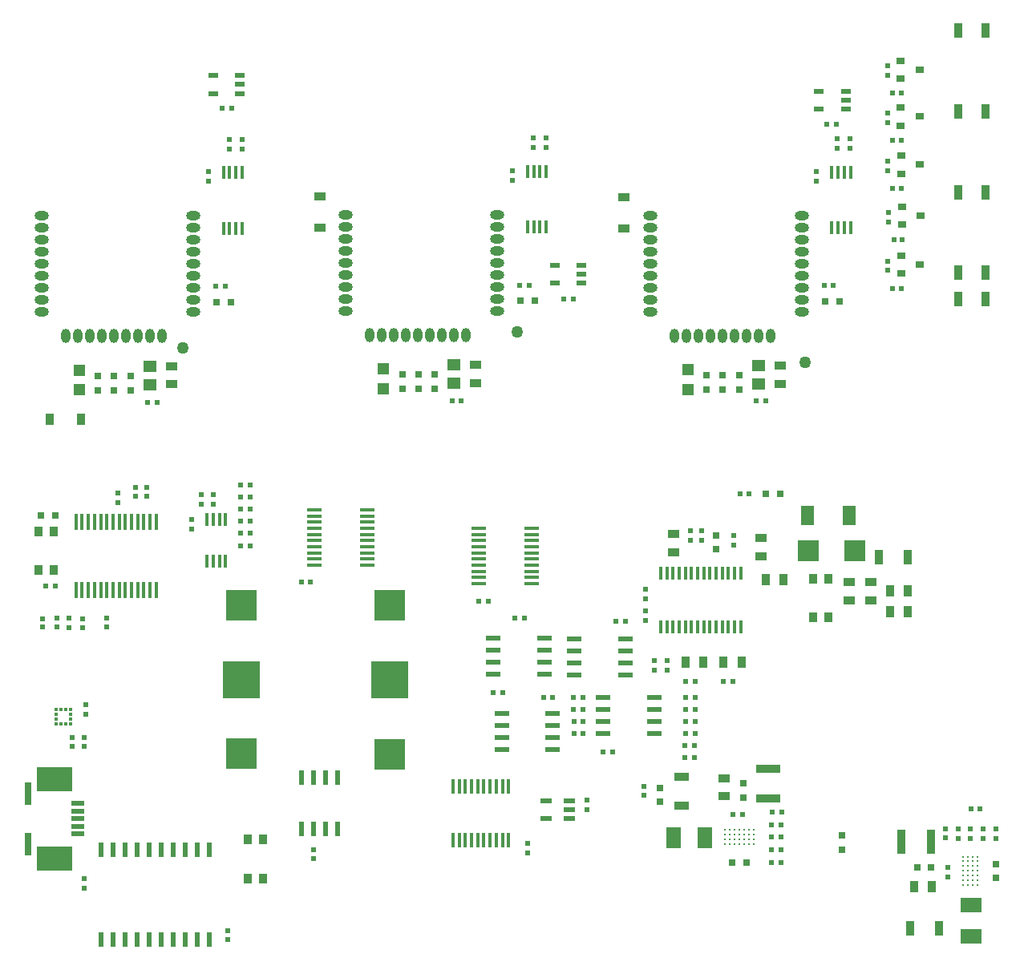
<source format=gtp>
G04 Layer_Color=8421504*
%FSLAX44Y44*%
%MOMM*%
G71*
G01*
G75*
%ADD10O,1.0000X1.5000*%
%ADD11O,1.5000X1.0000*%
%ADD12R,0.3000X1.6000*%
%ADD13R,1.6000X0.3000*%
%ADD14R,0.4500X1.7500*%
%ADD15R,0.3000X0.4000*%
%ADD16R,0.4000X0.3000*%
%ADD17R,0.4500X1.4500*%
%ADD18R,2.1600X2.2600*%
%ADD19R,3.9600X3.9600*%
%ADD20R,3.1800X3.1800*%
%ADD21R,0.5000X0.5000*%
%ADD22R,0.9000X1.3000*%
%ADD23R,0.9000X1.6000*%
%ADD24R,2.3000X1.6500*%
%ADD25R,0.5000X0.5000*%
%ADD26R,0.8000X0.8000*%
%ADD27R,1.6500X2.3000*%
%ADD28R,2.5000X0.9000*%
%ADD29R,1.3000X0.9000*%
%ADD30R,1.6000X0.9000*%
%ADD31C,1.2700*%
%ADD32R,1.2000X1.2000*%
%ADD33R,0.8000X0.8000*%
%ADD34R,1.2200X0.9100*%
%ADD35R,0.9100X1.2200*%
%ADD36R,0.5000X0.6000*%
%ADD37R,1.4000X2.0000*%
%ADD38R,0.6000X0.5000*%
%ADD39R,0.8000X2.3500*%
%ADD40R,3.8000X2.5000*%
%ADD41R,1.4000X0.5000*%
%ADD42R,0.9000X0.8000*%
%ADD43R,0.9000X1.0000*%
%ADD44R,1.1000X0.6000*%
%ADD45R,1.5500X0.6000*%
%ADD46R,0.6000X1.5500*%
%ADD47R,0.6000X1.5000*%
%ADD48R,0.4500X1.4000*%
%ADD49R,1.3000X0.5500*%
%ADD50R,1.4700X1.2850*%
%ADD51C,0.2625*%
%ADD52R,0.9000X2.5000*%
%ADD53R,0.3500X1.4500*%
D10*
X783336Y656082D02*
D03*
X770636D02*
D03*
X796036D02*
D03*
X732536D02*
D03*
X745236D02*
D03*
X757936D02*
D03*
X719836D02*
D03*
X694436D02*
D03*
X707136D02*
D03*
X462036Y656844D02*
D03*
X449336D02*
D03*
X474736D02*
D03*
X411236D02*
D03*
X423936D02*
D03*
X436636D02*
D03*
X398536D02*
D03*
X373136D02*
D03*
X385836D02*
D03*
X140970Y655574D02*
D03*
X128270D02*
D03*
X153670D02*
D03*
X90170D02*
D03*
X102870D02*
D03*
X115570D02*
D03*
X77470D02*
D03*
X52070D02*
D03*
X64770D02*
D03*
D11*
X829036Y694182D02*
D03*
Y706882D02*
D03*
Y681482D02*
D03*
X669036Y706882D02*
D03*
Y719582D02*
D03*
Y681482D02*
D03*
Y694182D02*
D03*
X829036Y732282D02*
D03*
X829036Y719582D02*
D03*
X829036Y744982D02*
D03*
Y757682D02*
D03*
Y770382D02*
D03*
Y783082D02*
D03*
X669036Y732282D02*
D03*
Y744982D02*
D03*
Y783082D02*
D03*
Y757682D02*
D03*
Y770382D02*
D03*
X507736Y694944D02*
D03*
Y707644D02*
D03*
Y682244D02*
D03*
X347736Y707644D02*
D03*
Y720344D02*
D03*
Y682244D02*
D03*
Y694944D02*
D03*
X507736Y733044D02*
D03*
X507736Y720344D02*
D03*
X507736Y745744D02*
D03*
Y758444D02*
D03*
Y771144D02*
D03*
Y783844D02*
D03*
X347736Y733044D02*
D03*
Y745744D02*
D03*
Y783844D02*
D03*
Y758444D02*
D03*
Y771144D02*
D03*
X186670Y693674D02*
D03*
Y706374D02*
D03*
Y680974D02*
D03*
X26670Y706374D02*
D03*
Y719074D02*
D03*
Y680974D02*
D03*
Y693674D02*
D03*
X186670Y731774D02*
D03*
X186670Y719074D02*
D03*
X186670Y744474D02*
D03*
Y757174D02*
D03*
Y769874D02*
D03*
Y782574D02*
D03*
X26670Y731774D02*
D03*
Y744474D02*
D03*
Y782574D02*
D03*
Y757174D02*
D03*
Y769874D02*
D03*
D12*
X519724Y179780D02*
D03*
X513224D02*
D03*
X506724D02*
D03*
X500224D02*
D03*
X493724D02*
D03*
X487224D02*
D03*
X480724D02*
D03*
X474224D02*
D03*
X467724D02*
D03*
X461224D02*
D03*
Y123780D02*
D03*
X467724D02*
D03*
X474224D02*
D03*
X480724D02*
D03*
X487224D02*
D03*
X493724D02*
D03*
X500224D02*
D03*
X506724D02*
D03*
X513224D02*
D03*
X519724D02*
D03*
D13*
X544524Y394216D02*
D03*
Y400716D02*
D03*
Y407216D02*
D03*
Y413716D02*
D03*
Y420216D02*
D03*
Y426716D02*
D03*
Y433216D02*
D03*
Y439716D02*
D03*
Y446216D02*
D03*
Y452716D02*
D03*
X488524D02*
D03*
Y446216D02*
D03*
Y439716D02*
D03*
Y433216D02*
D03*
Y426716D02*
D03*
Y420216D02*
D03*
Y413716D02*
D03*
Y407216D02*
D03*
Y400716D02*
D03*
Y394216D02*
D03*
X370788Y413736D02*
D03*
Y420236D02*
D03*
Y426736D02*
D03*
Y433236D02*
D03*
Y439736D02*
D03*
Y446236D02*
D03*
Y452736D02*
D03*
Y459236D02*
D03*
Y465736D02*
D03*
Y472236D02*
D03*
X314788D02*
D03*
Y465736D02*
D03*
Y459236D02*
D03*
Y452736D02*
D03*
Y446236D02*
D03*
Y439736D02*
D03*
Y433236D02*
D03*
Y426736D02*
D03*
Y420236D02*
D03*
Y413736D02*
D03*
D14*
X63032Y387372D02*
D03*
X69532D02*
D03*
X76032D02*
D03*
X82532D02*
D03*
X89032D02*
D03*
X95532D02*
D03*
X102032D02*
D03*
X108532D02*
D03*
X115032D02*
D03*
X121532D02*
D03*
X128032D02*
D03*
X134532D02*
D03*
X141032D02*
D03*
X147532D02*
D03*
X63032Y459372D02*
D03*
X69532D02*
D03*
X76032D02*
D03*
X82532D02*
D03*
X89032D02*
D03*
X95532D02*
D03*
X102032D02*
D03*
X108532D02*
D03*
X115032D02*
D03*
X121532D02*
D03*
X128032D02*
D03*
X134532D02*
D03*
X141032D02*
D03*
X147532D02*
D03*
D15*
X52156Y246426D02*
D03*
X47156D02*
D03*
Y261426D02*
D03*
X52156D02*
D03*
D16*
X42031Y246426D02*
D03*
Y251426D02*
D03*
Y256426D02*
D03*
Y261426D02*
D03*
X57281D02*
D03*
Y256426D02*
D03*
Y251426D02*
D03*
Y246426D02*
D03*
D17*
X539866Y829745D02*
D03*
X546366D02*
D03*
X552866D02*
D03*
X559366D02*
D03*
Y770745D02*
D03*
X552866D02*
D03*
X546366D02*
D03*
X539866D02*
D03*
X861166Y828983D02*
D03*
X867666D02*
D03*
X874166D02*
D03*
X880666D02*
D03*
Y769983D02*
D03*
X874166D02*
D03*
X867666D02*
D03*
X861166D02*
D03*
X218800Y828475D02*
D03*
X225300D02*
D03*
X231800D02*
D03*
X238300D02*
D03*
Y769475D02*
D03*
X231800D02*
D03*
X225300D02*
D03*
X218800D02*
D03*
D18*
X885544Y429006D02*
D03*
X836544D02*
D03*
D19*
X394246Y292860D02*
D03*
X237490Y293116D02*
D03*
D20*
X394246Y214160D02*
D03*
Y371560D02*
D03*
X237490Y371816D02*
D03*
Y214416D02*
D03*
D21*
X236960Y447266D02*
D03*
X246960D02*
D03*
X236960Y434256D02*
D03*
X246960D02*
D03*
X498552Y375920D02*
D03*
X488552D02*
D03*
X310816Y395986D02*
D03*
X300816D02*
D03*
X767030Y150211D02*
D03*
X757030D02*
D03*
X807416Y99411D02*
D03*
X797416D02*
D03*
X807416Y112873D02*
D03*
X797416D02*
D03*
X807670Y126335D02*
D03*
X797670D02*
D03*
X807924Y153259D02*
D03*
X797924D02*
D03*
X866050Y879094D02*
D03*
X856050D02*
D03*
X588184Y694944D02*
D03*
X578184D02*
D03*
X227240Y896366D02*
D03*
X217240D02*
D03*
X31322Y391340D02*
D03*
X41322D02*
D03*
X220448Y708406D02*
D03*
X210448D02*
D03*
X862814Y708914D02*
D03*
X852814D02*
D03*
X541514Y709676D02*
D03*
X531514D02*
D03*
X148820Y585978D02*
D03*
X138820D02*
D03*
X791186Y586994D02*
D03*
X781186D02*
D03*
X469886Y587248D02*
D03*
X459886D02*
D03*
X716557Y290830D02*
D03*
X706557D02*
D03*
X756658Y291116D02*
D03*
X746658D02*
D03*
X633128Y354838D02*
D03*
X643128D02*
D03*
X629760Y216916D02*
D03*
X619760D02*
D03*
X556496Y273776D02*
D03*
X566496D02*
D03*
X513860Y279204D02*
D03*
X503860D02*
D03*
X716196Y223266D02*
D03*
X706196D02*
D03*
X716450Y248666D02*
D03*
X706450D02*
D03*
X716450Y261366D02*
D03*
X706450D02*
D03*
X588340Y274066D02*
D03*
X598340D02*
D03*
X588340Y261366D02*
D03*
X598340D02*
D03*
X588594Y248666D02*
D03*
X598594D02*
D03*
X598598Y235712D02*
D03*
X588598D02*
D03*
X706200Y210276D02*
D03*
X716200D02*
D03*
X706450Y236184D02*
D03*
X716450D02*
D03*
X706450Y274284D02*
D03*
X716450D02*
D03*
X246887Y472786D02*
D03*
X236887D02*
D03*
X1017698Y156682D02*
D03*
X1007698D02*
D03*
X807670Y139543D02*
D03*
X797670D02*
D03*
X246887Y498312D02*
D03*
X236887D02*
D03*
X236808Y460298D02*
D03*
X246808D02*
D03*
X236808Y485612D02*
D03*
X246808D02*
D03*
X526622Y358104D02*
D03*
X536622D02*
D03*
D22*
X966706Y74168D02*
D03*
X947706D02*
D03*
X725526Y311150D02*
D03*
X706526D02*
D03*
X765658D02*
D03*
X746658D02*
D03*
X922426Y364744D02*
D03*
X941426D02*
D03*
X922426Y386588D02*
D03*
X941426D02*
D03*
X810108Y398272D02*
D03*
X791108D02*
D03*
D23*
X974484Y30480D02*
D03*
X943484D02*
D03*
X941330Y421894D02*
D03*
X910330D02*
D03*
X994220Y893172D02*
D03*
X1023220D02*
D03*
X994450Y722560D02*
D03*
X1023450D02*
D03*
X994220Y978516D02*
D03*
X1023220D02*
D03*
X994474Y807828D02*
D03*
X1023474D02*
D03*
X994690Y695162D02*
D03*
X1023690D02*
D03*
D24*
X1007876Y54589D02*
D03*
Y21589D02*
D03*
D25*
X983662Y94662D02*
D03*
Y84662D02*
D03*
X994330Y135302D02*
D03*
Y125302D02*
D03*
X1007538Y135302D02*
D03*
Y125302D02*
D03*
X866902Y864028D02*
D03*
Y854028D02*
D03*
X879856Y864028D02*
D03*
Y854028D02*
D03*
X845058Y829738D02*
D03*
Y819738D02*
D03*
X523758Y830500D02*
D03*
Y820500D02*
D03*
X559366Y864732D02*
D03*
Y854732D02*
D03*
X545602Y864790D02*
D03*
Y854790D02*
D03*
X202692Y829230D02*
D03*
Y819230D02*
D03*
X224536Y863520D02*
D03*
Y853520D02*
D03*
X238300Y863520D02*
D03*
Y853520D02*
D03*
X107442Y489596D02*
D03*
Y479596D02*
D03*
X223012Y28106D02*
D03*
Y18106D02*
D03*
X185420Y451736D02*
D03*
Y461736D02*
D03*
X71628Y72978D02*
D03*
Y82978D02*
D03*
X73660Y266406D02*
D03*
Y256406D02*
D03*
X313436Y103520D02*
D03*
Y113520D02*
D03*
X919988Y891308D02*
D03*
Y881308D02*
D03*
X920248Y840584D02*
D03*
Y830584D02*
D03*
X919988Y940954D02*
D03*
Y930954D02*
D03*
X920370Y734996D02*
D03*
Y724996D02*
D03*
X921258Y786520D02*
D03*
Y776520D02*
D03*
X42544Y358240D02*
D03*
Y348240D02*
D03*
X55498Y357986D02*
D03*
Y347986D02*
D03*
X95630Y348240D02*
D03*
Y358240D02*
D03*
X137794Y496162D02*
D03*
Y486162D02*
D03*
X723980Y440008D02*
D03*
Y450008D02*
D03*
X125856Y496162D02*
D03*
Y486162D02*
D03*
X1034462Y135048D02*
D03*
Y125048D02*
D03*
X1021000Y125048D02*
D03*
Y135048D02*
D03*
X207900Y488326D02*
D03*
Y478326D02*
D03*
X195326Y478326D02*
D03*
Y488326D02*
D03*
X58850Y222119D02*
D03*
Y232119D02*
D03*
X71754Y232002D02*
D03*
Y222002D02*
D03*
X539750Y119808D02*
D03*
Y109808D02*
D03*
X602488Y165448D02*
D03*
Y155448D02*
D03*
X664718Y387996D02*
D03*
Y377996D02*
D03*
X980614Y135556D02*
D03*
Y125556D02*
D03*
X757214Y445182D02*
D03*
Y435182D02*
D03*
X664718Y355172D02*
D03*
Y365172D02*
D03*
X711557Y450008D02*
D03*
Y440008D02*
D03*
X673604Y313102D02*
D03*
Y303102D02*
D03*
X686876Y313166D02*
D03*
Y303166D02*
D03*
D26*
X1034259Y98229D02*
D03*
Y83229D02*
D03*
X767294Y183151D02*
D03*
Y168151D02*
D03*
X728726Y614354D02*
D03*
Y599354D02*
D03*
X745744Y614264D02*
D03*
Y599264D02*
D03*
X407416Y615116D02*
D03*
Y600116D02*
D03*
X424444Y615026D02*
D03*
Y600026D02*
D03*
X86360Y613756D02*
D03*
Y598756D02*
D03*
X103378Y613258D02*
D03*
Y598258D02*
D03*
X738876Y445316D02*
D03*
Y430316D02*
D03*
X871982Y113502D02*
D03*
Y128502D02*
D03*
X679958Y178690D02*
D03*
Y163690D02*
D03*
D27*
X726957Y125997D02*
D03*
X693957D02*
D03*
D28*
X793496Y198634D02*
D03*
Y167634D02*
D03*
D29*
X747482Y188961D02*
D03*
Y169961D02*
D03*
X164084Y623926D02*
D03*
Y604926D02*
D03*
X806450Y624450D02*
D03*
Y605450D02*
D03*
X485150Y625212D02*
D03*
Y606212D02*
D03*
X693674Y446634D02*
D03*
Y427634D02*
D03*
X879348Y376580D02*
D03*
Y395580D02*
D03*
X901954Y376580D02*
D03*
Y395580D02*
D03*
X786384Y442316D02*
D03*
Y423316D02*
D03*
D30*
X702564Y190500D02*
D03*
Y159500D02*
D03*
D31*
X832830Y627634D02*
D03*
X175514Y643600D02*
D03*
X529082Y660364D02*
D03*
D32*
X708914Y620354D02*
D03*
Y599354D02*
D03*
X387614Y621116D02*
D03*
Y600116D02*
D03*
X66548Y619846D02*
D03*
Y598846D02*
D03*
D33*
X763270Y614264D02*
D03*
Y599264D02*
D03*
X120904Y613756D02*
D03*
Y598756D02*
D03*
X441970Y615026D02*
D03*
Y600026D02*
D03*
X226448Y691642D02*
D03*
X211448D02*
D03*
X868814Y692150D02*
D03*
X853814D02*
D03*
X547514Y692912D02*
D03*
X532514D02*
D03*
X40900Y466270D02*
D03*
X25900D02*
D03*
X806738Y488950D02*
D03*
X791738D02*
D03*
X950976Y94742D02*
D03*
X965976D02*
D03*
X770800Y99411D02*
D03*
X755800D02*
D03*
D34*
X641594Y802270D02*
D03*
Y769570D02*
D03*
X320294Y803032D02*
D03*
Y770332D02*
D03*
D35*
X35406Y568198D02*
D03*
X68106D02*
D03*
D36*
X925522Y706120D02*
D03*
X934522D02*
D03*
X925140Y912078D02*
D03*
X934140D02*
D03*
X925400Y811708D02*
D03*
X934400D02*
D03*
X925140Y862432D02*
D03*
X934140D02*
D03*
X926410Y757644D02*
D03*
X935410D02*
D03*
X773466Y488950D02*
D03*
X764466D02*
D03*
D37*
X834996Y465860D02*
D03*
X878996D02*
D03*
D38*
X27812Y348232D02*
D03*
Y357232D02*
D03*
X662432Y179754D02*
D03*
Y170754D02*
D03*
X70230Y347978D02*
D03*
Y356978D02*
D03*
D39*
X12516Y172674D02*
D03*
Y119174D02*
D03*
D40*
X40516Y103924D02*
D03*
Y187924D02*
D03*
D41*
X64516Y129924D02*
D03*
Y137924D02*
D03*
Y145924D02*
D03*
Y153924D02*
D03*
Y161924D02*
D03*
D42*
X933864Y897078D02*
D03*
Y878078D02*
D03*
X953864Y887578D02*
D03*
X935134Y792290D02*
D03*
Y773290D02*
D03*
X955134Y782790D02*
D03*
X933864Y946724D02*
D03*
Y927724D02*
D03*
X953864Y937224D02*
D03*
X934124Y846354D02*
D03*
Y827354D02*
D03*
X954124Y836854D02*
D03*
X934246Y740766D02*
D03*
Y721766D02*
D03*
X954246Y731266D02*
D03*
D43*
X857122Y358468D02*
D03*
Y399468D02*
D03*
X841122Y358468D02*
D03*
Y399468D02*
D03*
X23622Y449432D02*
D03*
Y408432D02*
D03*
X39622Y449432D02*
D03*
Y408432D02*
D03*
X244096Y123847D02*
D03*
Y82847D02*
D03*
X260096Y123847D02*
D03*
Y82847D02*
D03*
D44*
X236240Y911910D02*
D03*
Y921410D02*
D03*
Y930910D02*
D03*
X208240D02*
D03*
Y911910D02*
D03*
X875608Y895263D02*
D03*
Y904763D02*
D03*
Y914263D02*
D03*
X847608D02*
D03*
Y895263D02*
D03*
X596804Y711606D02*
D03*
Y721106D02*
D03*
Y730606D02*
D03*
X568804D02*
D03*
Y711606D02*
D03*
D45*
X589128Y336296D02*
D03*
Y323596D02*
D03*
Y310896D02*
D03*
Y298196D02*
D03*
X643128Y336296D02*
D03*
Y323596D02*
D03*
Y310896D02*
D03*
Y298196D02*
D03*
X673760Y235966D02*
D03*
Y248666D02*
D03*
Y261366D02*
D03*
Y274066D02*
D03*
X619760Y235966D02*
D03*
Y248666D02*
D03*
Y261366D02*
D03*
Y274066D02*
D03*
X512496Y257266D02*
D03*
Y244566D02*
D03*
Y231866D02*
D03*
Y219166D02*
D03*
X566496Y257266D02*
D03*
Y244566D02*
D03*
Y231866D02*
D03*
Y219166D02*
D03*
X557860Y298450D02*
D03*
Y311150D02*
D03*
Y323850D02*
D03*
Y336550D02*
D03*
X503860Y298450D02*
D03*
Y311150D02*
D03*
Y323850D02*
D03*
Y336550D02*
D03*
D46*
X300736Y135154D02*
D03*
X313436D02*
D03*
X326136D02*
D03*
X338836D02*
D03*
X300736Y189154D02*
D03*
X313436D02*
D03*
X326136D02*
D03*
X338836D02*
D03*
D47*
X203962Y113106D02*
D03*
X191262D02*
D03*
X178562D02*
D03*
X165862D02*
D03*
X153162D02*
D03*
X140462D02*
D03*
X127762D02*
D03*
X115062D02*
D03*
X102362D02*
D03*
X89662D02*
D03*
Y18106D02*
D03*
X102362D02*
D03*
X115062D02*
D03*
X127762D02*
D03*
X140462D02*
D03*
X153162D02*
D03*
X165862D02*
D03*
X178562D02*
D03*
X191262D02*
D03*
X203962D02*
D03*
D48*
X201400Y461737D02*
D03*
X207900D02*
D03*
X214400D02*
D03*
X220900D02*
D03*
Y417737D02*
D03*
X214400D02*
D03*
X207900D02*
D03*
X201400D02*
D03*
D49*
X559254Y164948D02*
D03*
Y145948D02*
D03*
X584254Y164948D02*
D03*
Y155448D02*
D03*
Y145948D02*
D03*
D50*
X140970Y623942D02*
D03*
Y604492D02*
D03*
X783336Y624450D02*
D03*
Y605000D02*
D03*
X462036Y625212D02*
D03*
Y605762D02*
D03*
D51*
X748300Y119089D02*
D03*
X753300D02*
D03*
X758300D02*
D03*
X763300D02*
D03*
X768300D02*
D03*
X773300D02*
D03*
X778300D02*
D03*
X748300Y124089D02*
D03*
X753300D02*
D03*
X758300D02*
D03*
X763300D02*
D03*
X768300D02*
D03*
X773300D02*
D03*
X778300D02*
D03*
X748300Y129089D02*
D03*
X753300D02*
D03*
X758300D02*
D03*
X763300D02*
D03*
X768300D02*
D03*
X773300D02*
D03*
X778300D02*
D03*
X748300Y134089D02*
D03*
X753300D02*
D03*
X758300D02*
D03*
X763300D02*
D03*
X768300D02*
D03*
X773300D02*
D03*
X778300D02*
D03*
X1014784Y105932D02*
D03*
Y100932D02*
D03*
X1009784D02*
D03*
X1014784Y90932D02*
D03*
Y95932D02*
D03*
X1009784Y105932D02*
D03*
Y95932D02*
D03*
X1004784D02*
D03*
X1009784Y90932D02*
D03*
X1004784D02*
D03*
X1014784Y80932D02*
D03*
X1009784Y85932D02*
D03*
X1014784D02*
D03*
X1009784Y80932D02*
D03*
X1014784Y75932D02*
D03*
X1009784D02*
D03*
X1004784Y105932D02*
D03*
Y85932D02*
D03*
Y100932D02*
D03*
X999784D02*
D03*
Y95932D02*
D03*
Y105932D02*
D03*
Y85932D02*
D03*
Y90932D02*
D03*
X1004784Y80932D02*
D03*
X999784D02*
D03*
X1004784Y75932D02*
D03*
X999784D02*
D03*
D52*
X965714Y121666D02*
D03*
X934714D02*
D03*
D53*
X764876Y348732D02*
D03*
X758376D02*
D03*
Y405232D02*
D03*
X764876D02*
D03*
X680376Y348732D02*
D03*
X686876D02*
D03*
X693376D02*
D03*
X699876D02*
D03*
X706376D02*
D03*
X712876D02*
D03*
X719376D02*
D03*
X725876D02*
D03*
X732376D02*
D03*
X738876D02*
D03*
X745376D02*
D03*
X751876D02*
D03*
Y405232D02*
D03*
X745376D02*
D03*
X738876D02*
D03*
X732376D02*
D03*
X725876D02*
D03*
X719376D02*
D03*
X712876D02*
D03*
X706376D02*
D03*
X699876D02*
D03*
X693376D02*
D03*
X686876D02*
D03*
X680376D02*
D03*
M02*

</source>
